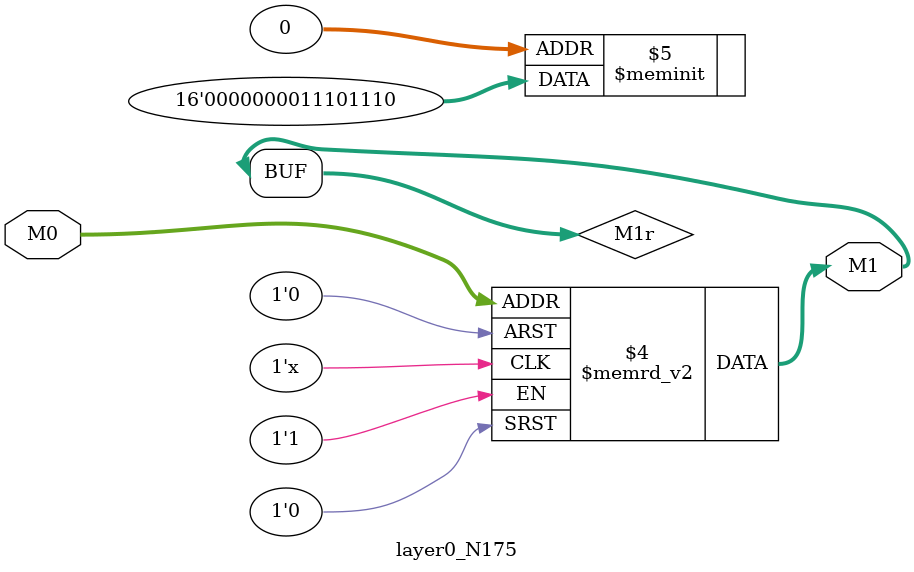
<source format=v>
module layer0_N175 ( input [2:0] M0, output [1:0] M1 );

	(*rom_style = "distributed" *) reg [1:0] M1r;
	assign M1 = M1r;
	always @ (M0) begin
		case (M0)
			3'b000: M1r = 2'b10;
			3'b100: M1r = 2'b00;
			3'b010: M1r = 2'b10;
			3'b110: M1r = 2'b00;
			3'b001: M1r = 2'b11;
			3'b101: M1r = 2'b00;
			3'b011: M1r = 2'b11;
			3'b111: M1r = 2'b00;

		endcase
	end
endmodule

</source>
